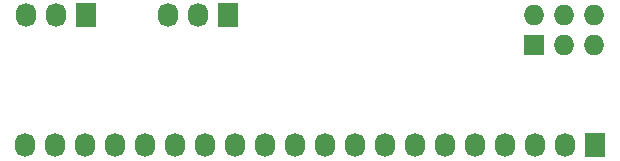
<source format=gbr>
G04 #@! TF.FileFunction,Soldermask,Bot*
%FSLAX46Y46*%
G04 Gerber Fmt 4.6, Leading zero omitted, Abs format (unit mm)*
G04 Created by KiCad (PCBNEW 4.0.5+dfsg1-4) date Mon Sep 23 08:09:59 2019*
%MOMM*%
%LPD*%
G01*
G04 APERTURE LIST*
%ADD10C,0.100000*%
%ADD11R,1.727200X1.727200*%
%ADD12O,1.727200X1.727200*%
%ADD13R,1.727200X2.032000*%
%ADD14O,1.727200X2.032000*%
G04 APERTURE END LIST*
D10*
D11*
X160780000Y-128100000D03*
D12*
X160780000Y-125560000D03*
X163320000Y-128100000D03*
X163320000Y-125560000D03*
X165860000Y-128100000D03*
X165860000Y-125560000D03*
D13*
X134860000Y-125600000D03*
D14*
X132320000Y-125600000D03*
X129780000Y-125600000D03*
D13*
X122860000Y-125600000D03*
D14*
X120320000Y-125600000D03*
X117780000Y-125600000D03*
D13*
X165940000Y-136600000D03*
D14*
X163400000Y-136600000D03*
X160860000Y-136600000D03*
X158320000Y-136600000D03*
X155780000Y-136600000D03*
X153240000Y-136600000D03*
X150700000Y-136600000D03*
X148160000Y-136600000D03*
X145620000Y-136600000D03*
X143080000Y-136600000D03*
X140540000Y-136600000D03*
X138000000Y-136600000D03*
X135460000Y-136600000D03*
X132920000Y-136600000D03*
X130380000Y-136600000D03*
X127840000Y-136600000D03*
X125300000Y-136600000D03*
X122760000Y-136600000D03*
X120220000Y-136600000D03*
X117680000Y-136600000D03*
M02*

</source>
